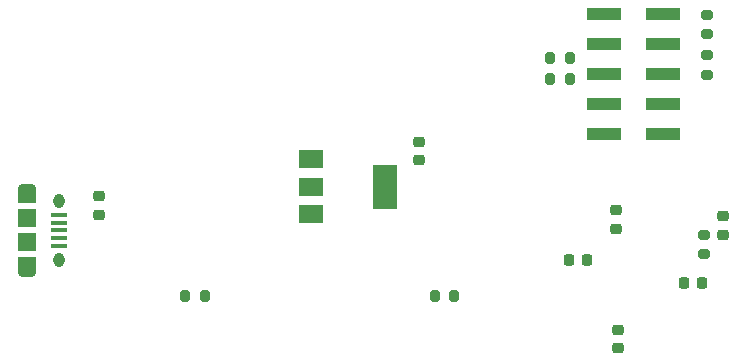
<source format=gbr>
%TF.GenerationSoftware,KiCad,Pcbnew,6.0.7-f9a2dced07~116~ubuntu22.04.1*%
%TF.CreationDate,2022-08-21T16:12:58+02:00*%
%TF.ProjectId,cpld,63706c64-2e6b-4696-9361-645f70636258,rev?*%
%TF.SameCoordinates,Original*%
%TF.FileFunction,Paste,Top*%
%TF.FilePolarity,Positive*%
%FSLAX46Y46*%
G04 Gerber Fmt 4.6, Leading zero omitted, Abs format (unit mm)*
G04 Created by KiCad (PCBNEW 6.0.7-f9a2dced07~116~ubuntu22.04.1) date 2022-08-21 16:12:58*
%MOMM*%
%LPD*%
G01*
G04 APERTURE LIST*
G04 Aperture macros list*
%AMRoundRect*
0 Rectangle with rounded corners*
0 $1 Rounding radius*
0 $2 $3 $4 $5 $6 $7 $8 $9 X,Y pos of 4 corners*
0 Add a 4 corners polygon primitive as box body*
4,1,4,$2,$3,$4,$5,$6,$7,$8,$9,$2,$3,0*
0 Add four circle primitives for the rounded corners*
1,1,$1+$1,$2,$3*
1,1,$1+$1,$4,$5*
1,1,$1+$1,$6,$7*
1,1,$1+$1,$8,$9*
0 Add four rect primitives between the rounded corners*
20,1,$1+$1,$2,$3,$4,$5,0*
20,1,$1+$1,$4,$5,$6,$7,0*
20,1,$1+$1,$6,$7,$8,$9,0*
20,1,$1+$1,$8,$9,$2,$3,0*%
G04 Aperture macros list end*
%ADD10RoundRect,0.200000X-0.200000X-0.275000X0.200000X-0.275000X0.200000X0.275000X-0.200000X0.275000X0*%
%ADD11RoundRect,0.225000X0.250000X-0.225000X0.250000X0.225000X-0.250000X0.225000X-0.250000X-0.225000X0*%
%ADD12RoundRect,0.200000X-0.275000X0.200000X-0.275000X-0.200000X0.275000X-0.200000X0.275000X0.200000X0*%
%ADD13RoundRect,0.200000X0.275000X-0.200000X0.275000X0.200000X-0.275000X0.200000X-0.275000X-0.200000X0*%
%ADD14RoundRect,0.200000X0.200000X0.275000X-0.200000X0.275000X-0.200000X-0.275000X0.200000X-0.275000X0*%
%ADD15R,3.000000X1.000000*%
%ADD16RoundRect,0.225000X-0.250000X0.225000X-0.250000X-0.225000X0.250000X-0.225000X0.250000X0.225000X0*%
%ADD17RoundRect,0.225000X0.225000X0.250000X-0.225000X0.250000X-0.225000X-0.250000X0.225000X-0.250000X0*%
%ADD18O,1.550000X0.890000*%
%ADD19O,0.950000X1.250000*%
%ADD20R,1.350000X0.400000*%
%ADD21R,1.550000X1.500000*%
%ADD22R,1.550000X1.200000*%
%ADD23R,2.000000X1.500000*%
%ADD24R,2.000000X3.800000*%
%ADD25RoundRect,0.225000X-0.225000X-0.250000X0.225000X-0.250000X0.225000X0.250000X-0.225000X0.250000X0*%
G04 APERTURE END LIST*
D10*
%TO.C,R3*%
X134075000Y-69500000D03*
X135725000Y-69500000D03*
%TD*%
D11*
%TO.C,C7*%
X139600000Y-82175000D03*
X139600000Y-80625000D03*
%TD*%
D12*
%TO.C,R4*%
X147300000Y-64075000D03*
X147300000Y-65725000D03*
%TD*%
D10*
%TO.C,R7*%
X124275000Y-87900000D03*
X125925000Y-87900000D03*
%TD*%
D13*
%TO.C,R2*%
X147300000Y-69125000D03*
X147300000Y-67475000D03*
%TD*%
D11*
%TO.C,C3*%
X122915000Y-76375000D03*
X122915000Y-74825000D03*
%TD*%
D14*
%TO.C,R5*%
X135725000Y-67700000D03*
X134075000Y-67700000D03*
%TD*%
D13*
%TO.C,R8*%
X147100000Y-84325000D03*
X147100000Y-82675000D03*
%TD*%
D11*
%TO.C,C6*%
X139800000Y-92275000D03*
X139800000Y-90725000D03*
%TD*%
D14*
%TO.C,R6*%
X104825000Y-87900000D03*
X103175000Y-87900000D03*
%TD*%
D15*
%TO.C,J4*%
X138580000Y-74180000D03*
X143620000Y-74180000D03*
X138580000Y-71640000D03*
X143620000Y-71640000D03*
X138580000Y-69100000D03*
X143620000Y-69100000D03*
X138580000Y-66560000D03*
X143620000Y-66560000D03*
X138580000Y-64020000D03*
X143620000Y-64020000D03*
%TD*%
D16*
%TO.C,C1*%
X95880000Y-79425000D03*
X95880000Y-80975000D03*
%TD*%
D17*
%TO.C,C8*%
X146900000Y-86800000D03*
X145350000Y-86800000D03*
%TD*%
D18*
%TO.C,J1*%
X89750000Y-85800000D03*
X89750000Y-78800000D03*
D19*
X92450000Y-79800000D03*
X92450000Y-84800000D03*
D20*
X92450000Y-81000000D03*
X92450000Y-81650000D03*
X92450000Y-82300000D03*
X92450000Y-82950000D03*
X92450000Y-83600000D03*
D21*
X89750000Y-83300000D03*
X89750000Y-81300000D03*
D22*
X89750000Y-79400000D03*
X89750000Y-85200000D03*
%TD*%
D11*
%TO.C,C4*%
X148700000Y-82675000D03*
X148700000Y-81125000D03*
%TD*%
D23*
%TO.C,U1*%
X113800000Y-76300000D03*
X113800000Y-78600000D03*
D24*
X120100000Y-78600000D03*
D23*
X113800000Y-80900000D03*
%TD*%
D25*
%TO.C,C5*%
X135625000Y-84800000D03*
X137175000Y-84800000D03*
%TD*%
M02*

</source>
